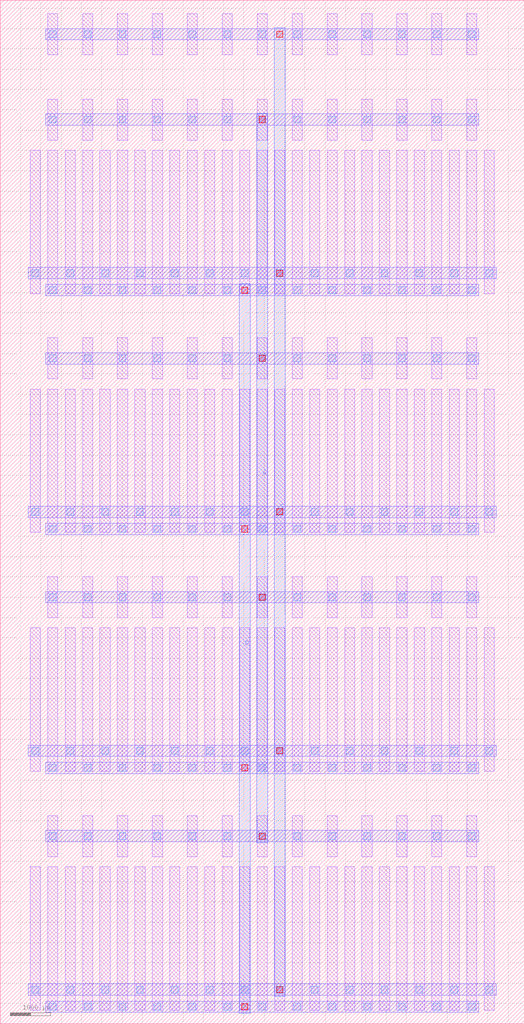
<source format=lef>
MACRO PMOS_S_55784090_X13_Y4
  UNITS 
    DATABASE MICRONS UNITS 1000;
  END UNITS 
  ORIGIN 0 0 ;
  FOREIGN PMOS_S_55784090_X13_Y4 0 0 ;
  SIZE 12900 BY 25200 ;
  PIN D
    DIRECTION INOUT ;
    USE SIGNAL ;
    PORT
      LAYER M3 ;
        RECT 5880 260 6160 18220 ;
    END
  END D
  PIN G
    DIRECTION INOUT ;
    USE SIGNAL ;
    PORT
      LAYER M3 ;
        RECT 6310 4460 6590 22420 ;
    END
  END G
  PIN S
    DIRECTION INOUT ;
    USE SIGNAL ;
    PORT
      LAYER M3 ;
        RECT 6740 680 7020 24520 ;
    END
  END S
  OBS
    LAYER M1 ;
      RECT 1165 335 1415 3865 ;
    LAYER M1 ;
      RECT 1165 4115 1415 5125 ;
    LAYER M1 ;
      RECT 1165 6215 1415 9745 ;
    LAYER M1 ;
      RECT 1165 9995 1415 11005 ;
    LAYER M1 ;
      RECT 1165 12095 1415 15625 ;
    LAYER M1 ;
      RECT 1165 15875 1415 16885 ;
    LAYER M1 ;
      RECT 1165 17975 1415 21505 ;
    LAYER M1 ;
      RECT 1165 21755 1415 22765 ;
    LAYER M1 ;
      RECT 1165 23855 1415 24865 ;
    LAYER M1 ;
      RECT 735 335 985 3865 ;
    LAYER M1 ;
      RECT 735 6215 985 9745 ;
    LAYER M1 ;
      RECT 735 12095 985 15625 ;
    LAYER M1 ;
      RECT 735 17975 985 21505 ;
    LAYER M1 ;
      RECT 1595 335 1845 3865 ;
    LAYER M1 ;
      RECT 1595 6215 1845 9745 ;
    LAYER M1 ;
      RECT 1595 12095 1845 15625 ;
    LAYER M1 ;
      RECT 1595 17975 1845 21505 ;
    LAYER M1 ;
      RECT 2025 335 2275 3865 ;
    LAYER M1 ;
      RECT 2025 4115 2275 5125 ;
    LAYER M1 ;
      RECT 2025 6215 2275 9745 ;
    LAYER M1 ;
      RECT 2025 9995 2275 11005 ;
    LAYER M1 ;
      RECT 2025 12095 2275 15625 ;
    LAYER M1 ;
      RECT 2025 15875 2275 16885 ;
    LAYER M1 ;
      RECT 2025 17975 2275 21505 ;
    LAYER M1 ;
      RECT 2025 21755 2275 22765 ;
    LAYER M1 ;
      RECT 2025 23855 2275 24865 ;
    LAYER M1 ;
      RECT 2455 335 2705 3865 ;
    LAYER M1 ;
      RECT 2455 6215 2705 9745 ;
    LAYER M1 ;
      RECT 2455 12095 2705 15625 ;
    LAYER M1 ;
      RECT 2455 17975 2705 21505 ;
    LAYER M1 ;
      RECT 2885 335 3135 3865 ;
    LAYER M1 ;
      RECT 2885 4115 3135 5125 ;
    LAYER M1 ;
      RECT 2885 6215 3135 9745 ;
    LAYER M1 ;
      RECT 2885 9995 3135 11005 ;
    LAYER M1 ;
      RECT 2885 12095 3135 15625 ;
    LAYER M1 ;
      RECT 2885 15875 3135 16885 ;
    LAYER M1 ;
      RECT 2885 17975 3135 21505 ;
    LAYER M1 ;
      RECT 2885 21755 3135 22765 ;
    LAYER M1 ;
      RECT 2885 23855 3135 24865 ;
    LAYER M1 ;
      RECT 3315 335 3565 3865 ;
    LAYER M1 ;
      RECT 3315 6215 3565 9745 ;
    LAYER M1 ;
      RECT 3315 12095 3565 15625 ;
    LAYER M1 ;
      RECT 3315 17975 3565 21505 ;
    LAYER M1 ;
      RECT 3745 335 3995 3865 ;
    LAYER M1 ;
      RECT 3745 4115 3995 5125 ;
    LAYER M1 ;
      RECT 3745 6215 3995 9745 ;
    LAYER M1 ;
      RECT 3745 9995 3995 11005 ;
    LAYER M1 ;
      RECT 3745 12095 3995 15625 ;
    LAYER M1 ;
      RECT 3745 15875 3995 16885 ;
    LAYER M1 ;
      RECT 3745 17975 3995 21505 ;
    LAYER M1 ;
      RECT 3745 21755 3995 22765 ;
    LAYER M1 ;
      RECT 3745 23855 3995 24865 ;
    LAYER M1 ;
      RECT 4175 335 4425 3865 ;
    LAYER M1 ;
      RECT 4175 6215 4425 9745 ;
    LAYER M1 ;
      RECT 4175 12095 4425 15625 ;
    LAYER M1 ;
      RECT 4175 17975 4425 21505 ;
    LAYER M1 ;
      RECT 4605 335 4855 3865 ;
    LAYER M1 ;
      RECT 4605 4115 4855 5125 ;
    LAYER M1 ;
      RECT 4605 6215 4855 9745 ;
    LAYER M1 ;
      RECT 4605 9995 4855 11005 ;
    LAYER M1 ;
      RECT 4605 12095 4855 15625 ;
    LAYER M1 ;
      RECT 4605 15875 4855 16885 ;
    LAYER M1 ;
      RECT 4605 17975 4855 21505 ;
    LAYER M1 ;
      RECT 4605 21755 4855 22765 ;
    LAYER M1 ;
      RECT 4605 23855 4855 24865 ;
    LAYER M1 ;
      RECT 5035 335 5285 3865 ;
    LAYER M1 ;
      RECT 5035 6215 5285 9745 ;
    LAYER M1 ;
      RECT 5035 12095 5285 15625 ;
    LAYER M1 ;
      RECT 5035 17975 5285 21505 ;
    LAYER M1 ;
      RECT 5465 335 5715 3865 ;
    LAYER M1 ;
      RECT 5465 4115 5715 5125 ;
    LAYER M1 ;
      RECT 5465 6215 5715 9745 ;
    LAYER M1 ;
      RECT 5465 9995 5715 11005 ;
    LAYER M1 ;
      RECT 5465 12095 5715 15625 ;
    LAYER M1 ;
      RECT 5465 15875 5715 16885 ;
    LAYER M1 ;
      RECT 5465 17975 5715 21505 ;
    LAYER M1 ;
      RECT 5465 21755 5715 22765 ;
    LAYER M1 ;
      RECT 5465 23855 5715 24865 ;
    LAYER M1 ;
      RECT 5895 335 6145 3865 ;
    LAYER M1 ;
      RECT 5895 6215 6145 9745 ;
    LAYER M1 ;
      RECT 5895 12095 6145 15625 ;
    LAYER M1 ;
      RECT 5895 17975 6145 21505 ;
    LAYER M1 ;
      RECT 6325 335 6575 3865 ;
    LAYER M1 ;
      RECT 6325 4115 6575 5125 ;
    LAYER M1 ;
      RECT 6325 6215 6575 9745 ;
    LAYER M1 ;
      RECT 6325 9995 6575 11005 ;
    LAYER M1 ;
      RECT 6325 12095 6575 15625 ;
    LAYER M1 ;
      RECT 6325 15875 6575 16885 ;
    LAYER M1 ;
      RECT 6325 17975 6575 21505 ;
    LAYER M1 ;
      RECT 6325 21755 6575 22765 ;
    LAYER M1 ;
      RECT 6325 23855 6575 24865 ;
    LAYER M1 ;
      RECT 6755 335 7005 3865 ;
    LAYER M1 ;
      RECT 6755 6215 7005 9745 ;
    LAYER M1 ;
      RECT 6755 12095 7005 15625 ;
    LAYER M1 ;
      RECT 6755 17975 7005 21505 ;
    LAYER M1 ;
      RECT 7185 335 7435 3865 ;
    LAYER M1 ;
      RECT 7185 4115 7435 5125 ;
    LAYER M1 ;
      RECT 7185 6215 7435 9745 ;
    LAYER M1 ;
      RECT 7185 9995 7435 11005 ;
    LAYER M1 ;
      RECT 7185 12095 7435 15625 ;
    LAYER M1 ;
      RECT 7185 15875 7435 16885 ;
    LAYER M1 ;
      RECT 7185 17975 7435 21505 ;
    LAYER M1 ;
      RECT 7185 21755 7435 22765 ;
    LAYER M1 ;
      RECT 7185 23855 7435 24865 ;
    LAYER M1 ;
      RECT 7615 335 7865 3865 ;
    LAYER M1 ;
      RECT 7615 6215 7865 9745 ;
    LAYER M1 ;
      RECT 7615 12095 7865 15625 ;
    LAYER M1 ;
      RECT 7615 17975 7865 21505 ;
    LAYER M1 ;
      RECT 8045 335 8295 3865 ;
    LAYER M1 ;
      RECT 8045 4115 8295 5125 ;
    LAYER M1 ;
      RECT 8045 6215 8295 9745 ;
    LAYER M1 ;
      RECT 8045 9995 8295 11005 ;
    LAYER M1 ;
      RECT 8045 12095 8295 15625 ;
    LAYER M1 ;
      RECT 8045 15875 8295 16885 ;
    LAYER M1 ;
      RECT 8045 17975 8295 21505 ;
    LAYER M1 ;
      RECT 8045 21755 8295 22765 ;
    LAYER M1 ;
      RECT 8045 23855 8295 24865 ;
    LAYER M1 ;
      RECT 8475 335 8725 3865 ;
    LAYER M1 ;
      RECT 8475 6215 8725 9745 ;
    LAYER M1 ;
      RECT 8475 12095 8725 15625 ;
    LAYER M1 ;
      RECT 8475 17975 8725 21505 ;
    LAYER M1 ;
      RECT 8905 335 9155 3865 ;
    LAYER M1 ;
      RECT 8905 4115 9155 5125 ;
    LAYER M1 ;
      RECT 8905 6215 9155 9745 ;
    LAYER M1 ;
      RECT 8905 9995 9155 11005 ;
    LAYER M1 ;
      RECT 8905 12095 9155 15625 ;
    LAYER M1 ;
      RECT 8905 15875 9155 16885 ;
    LAYER M1 ;
      RECT 8905 17975 9155 21505 ;
    LAYER M1 ;
      RECT 8905 21755 9155 22765 ;
    LAYER M1 ;
      RECT 8905 23855 9155 24865 ;
    LAYER M1 ;
      RECT 9335 335 9585 3865 ;
    LAYER M1 ;
      RECT 9335 6215 9585 9745 ;
    LAYER M1 ;
      RECT 9335 12095 9585 15625 ;
    LAYER M1 ;
      RECT 9335 17975 9585 21505 ;
    LAYER M1 ;
      RECT 9765 335 10015 3865 ;
    LAYER M1 ;
      RECT 9765 4115 10015 5125 ;
    LAYER M1 ;
      RECT 9765 6215 10015 9745 ;
    LAYER M1 ;
      RECT 9765 9995 10015 11005 ;
    LAYER M1 ;
      RECT 9765 12095 10015 15625 ;
    LAYER M1 ;
      RECT 9765 15875 10015 16885 ;
    LAYER M1 ;
      RECT 9765 17975 10015 21505 ;
    LAYER M1 ;
      RECT 9765 21755 10015 22765 ;
    LAYER M1 ;
      RECT 9765 23855 10015 24865 ;
    LAYER M1 ;
      RECT 10195 335 10445 3865 ;
    LAYER M1 ;
      RECT 10195 6215 10445 9745 ;
    LAYER M1 ;
      RECT 10195 12095 10445 15625 ;
    LAYER M1 ;
      RECT 10195 17975 10445 21505 ;
    LAYER M1 ;
      RECT 10625 335 10875 3865 ;
    LAYER M1 ;
      RECT 10625 4115 10875 5125 ;
    LAYER M1 ;
      RECT 10625 6215 10875 9745 ;
    LAYER M1 ;
      RECT 10625 9995 10875 11005 ;
    LAYER M1 ;
      RECT 10625 12095 10875 15625 ;
    LAYER M1 ;
      RECT 10625 15875 10875 16885 ;
    LAYER M1 ;
      RECT 10625 17975 10875 21505 ;
    LAYER M1 ;
      RECT 10625 21755 10875 22765 ;
    LAYER M1 ;
      RECT 10625 23855 10875 24865 ;
    LAYER M1 ;
      RECT 11055 335 11305 3865 ;
    LAYER M1 ;
      RECT 11055 6215 11305 9745 ;
    LAYER M1 ;
      RECT 11055 12095 11305 15625 ;
    LAYER M1 ;
      RECT 11055 17975 11305 21505 ;
    LAYER M1 ;
      RECT 11485 335 11735 3865 ;
    LAYER M1 ;
      RECT 11485 4115 11735 5125 ;
    LAYER M1 ;
      RECT 11485 6215 11735 9745 ;
    LAYER M1 ;
      RECT 11485 9995 11735 11005 ;
    LAYER M1 ;
      RECT 11485 12095 11735 15625 ;
    LAYER M1 ;
      RECT 11485 15875 11735 16885 ;
    LAYER M1 ;
      RECT 11485 17975 11735 21505 ;
    LAYER M1 ;
      RECT 11485 21755 11735 22765 ;
    LAYER M1 ;
      RECT 11485 23855 11735 24865 ;
    LAYER M1 ;
      RECT 11915 335 12165 3865 ;
    LAYER M1 ;
      RECT 11915 6215 12165 9745 ;
    LAYER M1 ;
      RECT 11915 12095 12165 15625 ;
    LAYER M1 ;
      RECT 11915 17975 12165 21505 ;
    LAYER M2 ;
      RECT 1120 280 11780 560 ;
    LAYER M2 ;
      RECT 1120 4480 11780 4760 ;
    LAYER M2 ;
      RECT 690 700 12210 980 ;
    LAYER M2 ;
      RECT 1120 6160 11780 6440 ;
    LAYER M2 ;
      RECT 1120 10360 11780 10640 ;
    LAYER M2 ;
      RECT 690 6580 12210 6860 ;
    LAYER M2 ;
      RECT 1120 12040 11780 12320 ;
    LAYER M2 ;
      RECT 1120 16240 11780 16520 ;
    LAYER M2 ;
      RECT 690 12460 12210 12740 ;
    LAYER M2 ;
      RECT 1120 17920 11780 18200 ;
    LAYER M2 ;
      RECT 1120 22120 11780 22400 ;
    LAYER M2 ;
      RECT 690 18340 12210 18620 ;
    LAYER M2 ;
      RECT 1120 24220 11780 24500 ;
    LAYER V1 ;
      RECT 1205 335 1375 505 ;
    LAYER V1 ;
      RECT 1205 4535 1375 4705 ;
    LAYER V1 ;
      RECT 1205 6215 1375 6385 ;
    LAYER V1 ;
      RECT 1205 10415 1375 10585 ;
    LAYER V1 ;
      RECT 1205 12095 1375 12265 ;
    LAYER V1 ;
      RECT 1205 16295 1375 16465 ;
    LAYER V1 ;
      RECT 1205 17975 1375 18145 ;
    LAYER V1 ;
      RECT 1205 22175 1375 22345 ;
    LAYER V1 ;
      RECT 1205 24275 1375 24445 ;
    LAYER V1 ;
      RECT 2065 335 2235 505 ;
    LAYER V1 ;
      RECT 2065 4535 2235 4705 ;
    LAYER V1 ;
      RECT 2065 6215 2235 6385 ;
    LAYER V1 ;
      RECT 2065 10415 2235 10585 ;
    LAYER V1 ;
      RECT 2065 12095 2235 12265 ;
    LAYER V1 ;
      RECT 2065 16295 2235 16465 ;
    LAYER V1 ;
      RECT 2065 17975 2235 18145 ;
    LAYER V1 ;
      RECT 2065 22175 2235 22345 ;
    LAYER V1 ;
      RECT 2065 24275 2235 24445 ;
    LAYER V1 ;
      RECT 2925 335 3095 505 ;
    LAYER V1 ;
      RECT 2925 4535 3095 4705 ;
    LAYER V1 ;
      RECT 2925 6215 3095 6385 ;
    LAYER V1 ;
      RECT 2925 10415 3095 10585 ;
    LAYER V1 ;
      RECT 2925 12095 3095 12265 ;
    LAYER V1 ;
      RECT 2925 16295 3095 16465 ;
    LAYER V1 ;
      RECT 2925 17975 3095 18145 ;
    LAYER V1 ;
      RECT 2925 22175 3095 22345 ;
    LAYER V1 ;
      RECT 2925 24275 3095 24445 ;
    LAYER V1 ;
      RECT 3785 335 3955 505 ;
    LAYER V1 ;
      RECT 3785 4535 3955 4705 ;
    LAYER V1 ;
      RECT 3785 6215 3955 6385 ;
    LAYER V1 ;
      RECT 3785 10415 3955 10585 ;
    LAYER V1 ;
      RECT 3785 12095 3955 12265 ;
    LAYER V1 ;
      RECT 3785 16295 3955 16465 ;
    LAYER V1 ;
      RECT 3785 17975 3955 18145 ;
    LAYER V1 ;
      RECT 3785 22175 3955 22345 ;
    LAYER V1 ;
      RECT 3785 24275 3955 24445 ;
    LAYER V1 ;
      RECT 4645 335 4815 505 ;
    LAYER V1 ;
      RECT 4645 4535 4815 4705 ;
    LAYER V1 ;
      RECT 4645 6215 4815 6385 ;
    LAYER V1 ;
      RECT 4645 10415 4815 10585 ;
    LAYER V1 ;
      RECT 4645 12095 4815 12265 ;
    LAYER V1 ;
      RECT 4645 16295 4815 16465 ;
    LAYER V1 ;
      RECT 4645 17975 4815 18145 ;
    LAYER V1 ;
      RECT 4645 22175 4815 22345 ;
    LAYER V1 ;
      RECT 4645 24275 4815 24445 ;
    LAYER V1 ;
      RECT 5505 335 5675 505 ;
    LAYER V1 ;
      RECT 5505 4535 5675 4705 ;
    LAYER V1 ;
      RECT 5505 6215 5675 6385 ;
    LAYER V1 ;
      RECT 5505 10415 5675 10585 ;
    LAYER V1 ;
      RECT 5505 12095 5675 12265 ;
    LAYER V1 ;
      RECT 5505 16295 5675 16465 ;
    LAYER V1 ;
      RECT 5505 17975 5675 18145 ;
    LAYER V1 ;
      RECT 5505 22175 5675 22345 ;
    LAYER V1 ;
      RECT 5505 24275 5675 24445 ;
    LAYER V1 ;
      RECT 6365 335 6535 505 ;
    LAYER V1 ;
      RECT 6365 4535 6535 4705 ;
    LAYER V1 ;
      RECT 6365 6215 6535 6385 ;
    LAYER V1 ;
      RECT 6365 10415 6535 10585 ;
    LAYER V1 ;
      RECT 6365 12095 6535 12265 ;
    LAYER V1 ;
      RECT 6365 16295 6535 16465 ;
    LAYER V1 ;
      RECT 6365 17975 6535 18145 ;
    LAYER V1 ;
      RECT 6365 22175 6535 22345 ;
    LAYER V1 ;
      RECT 6365 24275 6535 24445 ;
    LAYER V1 ;
      RECT 7225 335 7395 505 ;
    LAYER V1 ;
      RECT 7225 4535 7395 4705 ;
    LAYER V1 ;
      RECT 7225 6215 7395 6385 ;
    LAYER V1 ;
      RECT 7225 10415 7395 10585 ;
    LAYER V1 ;
      RECT 7225 12095 7395 12265 ;
    LAYER V1 ;
      RECT 7225 16295 7395 16465 ;
    LAYER V1 ;
      RECT 7225 17975 7395 18145 ;
    LAYER V1 ;
      RECT 7225 22175 7395 22345 ;
    LAYER V1 ;
      RECT 7225 24275 7395 24445 ;
    LAYER V1 ;
      RECT 8085 335 8255 505 ;
    LAYER V1 ;
      RECT 8085 4535 8255 4705 ;
    LAYER V1 ;
      RECT 8085 6215 8255 6385 ;
    LAYER V1 ;
      RECT 8085 10415 8255 10585 ;
    LAYER V1 ;
      RECT 8085 12095 8255 12265 ;
    LAYER V1 ;
      RECT 8085 16295 8255 16465 ;
    LAYER V1 ;
      RECT 8085 17975 8255 18145 ;
    LAYER V1 ;
      RECT 8085 22175 8255 22345 ;
    LAYER V1 ;
      RECT 8085 24275 8255 24445 ;
    LAYER V1 ;
      RECT 8945 335 9115 505 ;
    LAYER V1 ;
      RECT 8945 4535 9115 4705 ;
    LAYER V1 ;
      RECT 8945 6215 9115 6385 ;
    LAYER V1 ;
      RECT 8945 10415 9115 10585 ;
    LAYER V1 ;
      RECT 8945 12095 9115 12265 ;
    LAYER V1 ;
      RECT 8945 16295 9115 16465 ;
    LAYER V1 ;
      RECT 8945 17975 9115 18145 ;
    LAYER V1 ;
      RECT 8945 22175 9115 22345 ;
    LAYER V1 ;
      RECT 8945 24275 9115 24445 ;
    LAYER V1 ;
      RECT 9805 335 9975 505 ;
    LAYER V1 ;
      RECT 9805 4535 9975 4705 ;
    LAYER V1 ;
      RECT 9805 6215 9975 6385 ;
    LAYER V1 ;
      RECT 9805 10415 9975 10585 ;
    LAYER V1 ;
      RECT 9805 12095 9975 12265 ;
    LAYER V1 ;
      RECT 9805 16295 9975 16465 ;
    LAYER V1 ;
      RECT 9805 17975 9975 18145 ;
    LAYER V1 ;
      RECT 9805 22175 9975 22345 ;
    LAYER V1 ;
      RECT 9805 24275 9975 24445 ;
    LAYER V1 ;
      RECT 10665 335 10835 505 ;
    LAYER V1 ;
      RECT 10665 4535 10835 4705 ;
    LAYER V1 ;
      RECT 10665 6215 10835 6385 ;
    LAYER V1 ;
      RECT 10665 10415 10835 10585 ;
    LAYER V1 ;
      RECT 10665 12095 10835 12265 ;
    LAYER V1 ;
      RECT 10665 16295 10835 16465 ;
    LAYER V1 ;
      RECT 10665 17975 10835 18145 ;
    LAYER V1 ;
      RECT 10665 22175 10835 22345 ;
    LAYER V1 ;
      RECT 10665 24275 10835 24445 ;
    LAYER V1 ;
      RECT 11525 335 11695 505 ;
    LAYER V1 ;
      RECT 11525 4535 11695 4705 ;
    LAYER V1 ;
      RECT 11525 6215 11695 6385 ;
    LAYER V1 ;
      RECT 11525 10415 11695 10585 ;
    LAYER V1 ;
      RECT 11525 12095 11695 12265 ;
    LAYER V1 ;
      RECT 11525 16295 11695 16465 ;
    LAYER V1 ;
      RECT 11525 17975 11695 18145 ;
    LAYER V1 ;
      RECT 11525 22175 11695 22345 ;
    LAYER V1 ;
      RECT 11525 24275 11695 24445 ;
    LAYER V1 ;
      RECT 775 755 945 925 ;
    LAYER V1 ;
      RECT 775 6635 945 6805 ;
    LAYER V1 ;
      RECT 775 12515 945 12685 ;
    LAYER V1 ;
      RECT 775 18395 945 18565 ;
    LAYER V1 ;
      RECT 1635 755 1805 925 ;
    LAYER V1 ;
      RECT 1635 6635 1805 6805 ;
    LAYER V1 ;
      RECT 1635 12515 1805 12685 ;
    LAYER V1 ;
      RECT 1635 18395 1805 18565 ;
    LAYER V1 ;
      RECT 2495 755 2665 925 ;
    LAYER V1 ;
      RECT 2495 6635 2665 6805 ;
    LAYER V1 ;
      RECT 2495 12515 2665 12685 ;
    LAYER V1 ;
      RECT 2495 18395 2665 18565 ;
    LAYER V1 ;
      RECT 3355 755 3525 925 ;
    LAYER V1 ;
      RECT 3355 6635 3525 6805 ;
    LAYER V1 ;
      RECT 3355 12515 3525 12685 ;
    LAYER V1 ;
      RECT 3355 18395 3525 18565 ;
    LAYER V1 ;
      RECT 4215 755 4385 925 ;
    LAYER V1 ;
      RECT 4215 6635 4385 6805 ;
    LAYER V1 ;
      RECT 4215 12515 4385 12685 ;
    LAYER V1 ;
      RECT 4215 18395 4385 18565 ;
    LAYER V1 ;
      RECT 5075 755 5245 925 ;
    LAYER V1 ;
      RECT 5075 6635 5245 6805 ;
    LAYER V1 ;
      RECT 5075 12515 5245 12685 ;
    LAYER V1 ;
      RECT 5075 18395 5245 18565 ;
    LAYER V1 ;
      RECT 5935 755 6105 925 ;
    LAYER V1 ;
      RECT 5935 6635 6105 6805 ;
    LAYER V1 ;
      RECT 5935 12515 6105 12685 ;
    LAYER V1 ;
      RECT 5935 18395 6105 18565 ;
    LAYER V1 ;
      RECT 6795 755 6965 925 ;
    LAYER V1 ;
      RECT 6795 6635 6965 6805 ;
    LAYER V1 ;
      RECT 6795 12515 6965 12685 ;
    LAYER V1 ;
      RECT 6795 18395 6965 18565 ;
    LAYER V1 ;
      RECT 7655 755 7825 925 ;
    LAYER V1 ;
      RECT 7655 6635 7825 6805 ;
    LAYER V1 ;
      RECT 7655 12515 7825 12685 ;
    LAYER V1 ;
      RECT 7655 18395 7825 18565 ;
    LAYER V1 ;
      RECT 8515 755 8685 925 ;
    LAYER V1 ;
      RECT 8515 6635 8685 6805 ;
    LAYER V1 ;
      RECT 8515 12515 8685 12685 ;
    LAYER V1 ;
      RECT 8515 18395 8685 18565 ;
    LAYER V1 ;
      RECT 9375 755 9545 925 ;
    LAYER V1 ;
      RECT 9375 6635 9545 6805 ;
    LAYER V1 ;
      RECT 9375 12515 9545 12685 ;
    LAYER V1 ;
      RECT 9375 18395 9545 18565 ;
    LAYER V1 ;
      RECT 10235 755 10405 925 ;
    LAYER V1 ;
      RECT 10235 6635 10405 6805 ;
    LAYER V1 ;
      RECT 10235 12515 10405 12685 ;
    LAYER V1 ;
      RECT 10235 18395 10405 18565 ;
    LAYER V1 ;
      RECT 11095 755 11265 925 ;
    LAYER V1 ;
      RECT 11095 6635 11265 6805 ;
    LAYER V1 ;
      RECT 11095 12515 11265 12685 ;
    LAYER V1 ;
      RECT 11095 18395 11265 18565 ;
    LAYER V1 ;
      RECT 11955 755 12125 925 ;
    LAYER V1 ;
      RECT 11955 6635 12125 6805 ;
    LAYER V1 ;
      RECT 11955 12515 12125 12685 ;
    LAYER V1 ;
      RECT 11955 18395 12125 18565 ;
    LAYER V2 ;
      RECT 5945 345 6095 495 ;
    LAYER V2 ;
      RECT 5945 6225 6095 6375 ;
    LAYER V2 ;
      RECT 5945 12105 6095 12255 ;
    LAYER V2 ;
      RECT 5945 17985 6095 18135 ;
    LAYER V2 ;
      RECT 6375 4545 6525 4695 ;
    LAYER V2 ;
      RECT 6375 10425 6525 10575 ;
    LAYER V2 ;
      RECT 6375 16305 6525 16455 ;
    LAYER V2 ;
      RECT 6375 22185 6525 22335 ;
    LAYER V2 ;
      RECT 6805 765 6955 915 ;
    LAYER V2 ;
      RECT 6805 6645 6955 6795 ;
    LAYER V2 ;
      RECT 6805 12525 6955 12675 ;
    LAYER V2 ;
      RECT 6805 18405 6955 18555 ;
    LAYER V2 ;
      RECT 6805 24285 6955 24435 ;
  END
END PMOS_S_55784090_X13_Y4

</source>
